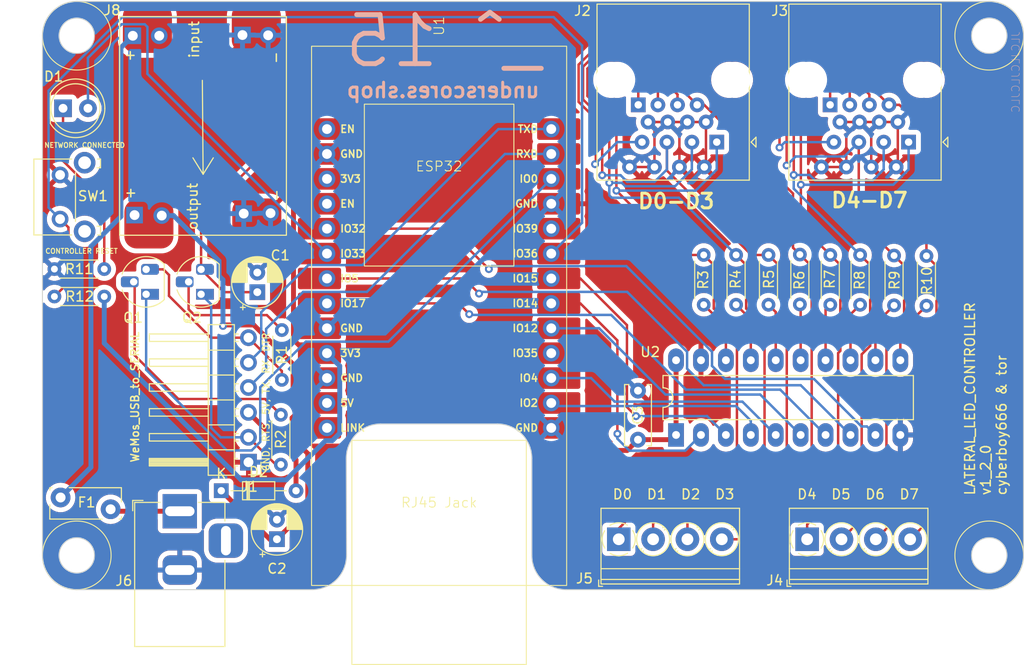
<source format=kicad_pcb>
(kicad_pcb (version 20221018) (generator pcbnew)
  (title_block (title "lateral_led_controller") (date "2024-09-03") (rev "v1_2_0"))
  (layers (0 "F.Cu" signal) (31 "B.Cu" signal) (34 "B.Paste" user) (35 "F.Paste" user) (36 "B.SilkS" user "B.Silkscreen") (37 "F.SilkS" user "F.Silkscreen") (38 "B.Mask" user) (39 "F.Mask" user) (44 "Edge.Cuts" user))
  (net 0 "")
  (net 1 "Net-(Q2-C)")
  (net 2 "GND")
  (net 3 "Net-(D1-K)")
  (net 4 "Net-(D1-A)")
  (net 5 "Net-(F1-Pad1)")
  (net 6 "Net-(J4-Pin_1)")
  (net 7 "Net-(J1-Pin_2)")
  (net 8 "+5V")
  (net 9 "Net-(J1-Pin_4)")
  (net 10 "Net-(J1-Pin_5)")
  (net 11 "Net-(J1-Pin_6)")
  (net 12 "Net-(J4-Pin_2)")
  (net 13 "Net-(J4-Pin_3)")
  (net 14 "Net-(J4-Pin_4)")
  (net 15 "Net-(J5-Pin_1)")
  (net 16 "Net-(J5-Pin_2)")
  (net 17 "Net-(J5-Pin_3)")
  (net 18 "Net-(J5-Pin_4)")
  (net 19 "Net-(Q1-E)")
  (net 20 "Net-(Q1-B)")
  (net 21 "Net-(Q2-B)")
  (net 22 "Net-(U2-B0)")
  (net 23 "Net-(U2-B1)")
  (net 24 "Net-(U2-B2)")
  (net 25 "Net-(U2-B3)")
  (net 26 "Net-(U2-B4)")
  (net 27 "Net-(U2-B6)")
  (net 28 "Net-(U2-B5)")
  (net 29 "Net-(U2-B7)")
  (net 30 "+3V3")
  (net 32 "Net-(U1-IO32{slash}ADC1_CH4{slash}TCH9)")
  (net 33 "Net-(U1-IO5{slash}BOOT_FLOAT)")
  (net 34 "Net-(U1-IO17{slash}UART2_TX)")
  (net 35 "Net-(U1-IO2{slash}ADC2_CH2{slash}TCH2{slash}PRG_FLOAT_OR_GND)")
  (net 36 "Net-(U1-IO4{slash}ADC2_CH0{slash}TCH0)")
  (net 38 "Net-(U1-IO12{slash}ADC2_CH5{slash}TCH5{slash}BOOT_FLOAT_OR_LOW)")
  (net 39 "Net-(U1-IO14{slash}ADC2_CH6{slash}TCH6)")
  (net 40 "Net-(U1-IO15{slash}ADC2_CH3{slash}TCH3)")
  (net 41 "Net-(D2-A)")
  (net 43 "Net-(J8-Pin_1)")
  (net 44 "Net-(U1-IO36{slash}ADC1_CH0{slash}INPUT_ONLY)")
  (footprint "lib_fp:RJ45_Horizontal" (layer "F.Cu") (at 155.489 78.09 180)
    (fp_text reference "J2")
    (fp_text value "RJ45")
  )
  (footprint "Connector_BarrelJack:BarrelJack_Horizontal" (layer "F.Cu") (at 100.759 115.74 90)
    (fp_text reference "J6")
    (fp_text value "Barrel_Jack_Switch")
  )
  (footprint "Resistor_THT:R_Axial_DIN0204_L3.6mm_D1.6mm_P5.08mm_Horizontal" (layer "F.Cu") (at 111.159 102.34 90)
    (fp_text reference "R1")
    (fp_text value "10k")
  )
  (footprint "lib_fp:WT32-ETH01" (layer "F.Cu") (at 127.189 95.81)
    (fp_text reference "U1")
    (fp_text value "WT32-ETH01")
  )
  (footprint "Package_TO_SOT_THT:TO-92_HandSolder" (layer "F.Cu") (at 102.929 93.61 90)
    (fp_text reference "Q2")
    (fp_text value "2N3904")
  )
  (footprint "Resistor_THT:R_Axial_DIN0204_L3.6mm_D1.6mm_P5.08mm_Horizontal" (layer "F.Cu") (at 160.759 94.68 90)
    (fp_text reference "R5")
    (fp_text value "100")
  )
  (footprint "Connector_PinHeader_2.54mm:PinHeader_1x06_P2.54mm_Horizontal" (layer "F.Cu") (at 107.759 110.74 180)
    (fp_text reference "J1")
    (fp_text value "WeMos_CH340G_USB_to_SERIAL")
  )
  (footprint "lib_fp:RJ45_Horizontal" (layer "F.Cu") (at 175.0415 78.09 180)
    (fp_text reference "J3")
    (fp_text value "RJ45")
  )
  (footprint "TerminalBlock_Phoenix:TerminalBlock_Phoenix_PT-1,5-4-3.5-H_1x04_P3.50mm_Horizontal" (layer "F.Cu") (at 164.7 118.6)
    (fp_text reference "J4")
    (fp_text value "terminal_04")
  )
  (footprint "Capacitor_THT:CP_Radial_D5.0mm_P2.00mm" (layer "F.Cu") (at 108.659 93.395112 90)
    (fp_text reference "C1")
    (fp_text value "10u")
  )
  (footprint "Fuse:Fuse_Bourns_MF-RG300" (layer "F.Cu") (at 93.709 115.54 180)
    (fp_text reference "F1")
    (fp_text value "Polyfuse")
  )
  (footprint "Resistor_THT:R_Axial_DIN0204_L3.6mm_D1.6mm_P5.08mm_Horizontal" (layer "F.Cu") (at 87.979 91.04)
    (fp_text reference "R11")
    (fp_text value "100")
  )
  (footprint "Capacitor_THT:CP_Radial_D5.0mm_P2.00mm" (layer "F.Cu") (at 110.659 118.595112 90)
    (fp_text reference "C2")
    (fp_text value "220u")
  )
  (footprint "Resistor_THT:R_Axial_DIN0204_L3.6mm_D1.6mm_P5.08mm_Horizontal" (layer "F.Cu") (at 170.099 94.68 90)
    (fp_text reference "R8")
    (fp_text value "100")
  )
  (footprint "Diode_THT:D_DO-34_SOD68_P7.62mm_Horizontal" (layer "F.Cu") (at 104.985 113.65)
    (fp_text reference "D2")
    (fp_text value "1n5819")
  )
  (footprint "Resistor_THT:R_Axial_DIN0204_L3.6mm_D1.6mm_P5.08mm_Horizontal" (layer "F.Cu") (at 87.979 93.84)
    (fp_text reference "R12")
    (fp_text value "10k")
  )
  (footprint "Resistor_THT:R_Axial_DIN0204_L3.6mm_D1.6mm_P5.08mm_Horizontal" (layer "F.Cu") (at 176.859 94.78 90)
    (fp_text reference "R10")
    (fp_text value "100")
  )
  (footprint "Button_Switch_THT:SW_Tactile_SKHH_Angled" (layer "F.Cu") (at 88.559 85.94 90)
    (fp_text reference "SW1")
    (fp_text value "SW_Push")
  )
  (footprint "Resistor_THT:R_Axial_DIN0204_L3.6mm_D1.6mm_P5.08mm_Horizontal" (layer "F.Cu") (at 157.459 94.68 90)
    (fp_text reference "R4")
    (fp_text value "100")
  )
  (footprint "Resistor_THT:R_Axial_DIN0204_L3.6mm_D1.6mm_P5.08mm_Horizontal" (layer "F.Cu") (at 173.559 94.74 90)
    (fp_text reference "R9")
    (fp_text value "100")
  )
  (footprint "Resistor_THT:R_Axial_DIN0204_L3.6mm_D1.6mm_P5.08mm_Horizontal" (layer "F.Cu") (at 111.059 110.98 90)
    (fp_text reference "R2")
    (fp_text value "10k")
  )
  (footprint "Capacitor_THT:C_Disc_D6.0mm_W2.5mm_P5.00mm" (layer "F.Cu") (at 147.459 108.44 90)
    (fp_text reference "C3")
    (fp_text value "0.1u")
  )
  (footprint "LED_THT:LED_D5.0mm" (layer "F.Cu") (at 88.859 74.64)
    (fp_text reference "D1")
    (fp_text value "LED")
  )
  (footprint "Package_TO_SOT_THT:TO-92_HandSolder" (layer "F.Cu") (at 97.329 93.61 90)
    (fp_text reference "Q1")
    (fp_text value "2N3904")
  )
  (footprint "Resistor_THT:R_Axial_DIN0204_L3.6mm_D1.6mm_P5.08mm_Horizontal" (layer "F.Cu") (at 154.159 94.68 90)
    (fp_text reference "R3")
    (fp_text value "100")
  )
  (footprint "TerminalBlock_Phoenix:TerminalBlock_Phoenix_PT-1,5-4-3.5-H_1x04_P3.50mm_Horizontal" (layer "F.Cu") (at 145.5 118.6)
    (fp_text reference "J5")
    (fp_text value "terminal_04")
  )
  (footprint "lib_fp:MP1584EN_stepdown_module" (layer "F.Cu") (at 103.059 76.44 90)
    (fp_text reference "J8")
    (fp_text value "MP1584EN_5v_stepdown")
  )
  (footprint "Resistor_THT:R_Axial_DIN0204_L3.6mm_D1.6mm_P5.08mm_Horizontal" (layer "F.Cu") (at 163.959 94.64 90)
    (fp_text reference "R6")
    (fp_text value "100")
  )
  (footprint "Package_DIP:DIP-20_W7.62mm_LongPads" (layer "F.Cu") (at 151.339 107.96 90)
    (fp_text reference "U2")
    (fp_text value "74HC245")
  )
  (footprint "Resistor_THT:R_Axial_DIN0204_L3.6mm_D1.6mm_P5.08mm_Horizontal" (layer "F.Cu") (at 167.059 94.68 90)
    (fp_text reference "R7")
    (fp_text value "100")
  )
  (gr_circle (center 183.259 120.24) (end 183.259 116.74) (stroke (width 0.1)) (fill none) (layer "F.SilkS"))
  (gr_circle (center 90.259 67.24) (end 90.259 63.74) (stroke (width 0.1)) (fill none) (layer "F.SilkS"))
  (gr_circle (center 90.259 120.24) (end 90.259 116.74) (stroke (width 0.1)) (fill none) (layer "F.SilkS"))
  (gr_circle (center 183.259 67.24) (end 183.259 63.74) (stroke (width 0.1)) (fill none) (layer "F.SilkS"))
  (gr_arc (start 86.759 67.24) (mid 87.784126 64.765126) (end 90.259 63.74) (stroke (width 0.1)) (layer "Edge.Cuts"))
  (gr_arc (start 186.759 120.24) (mid 185.733874 122.714874) (end 183.259 123.74) (stroke (width 0.1)) (layer "Edge.Cuts"))
  (gr_circle (center 90.259 120.24) (end 92.059 120.24) (stroke (width 0.1)) (fill none) (layer "Edge.Cuts"))
  (gr_line (start 114.259 123.74) (end 90.259 123.74) (stroke (width 0.1)) (layer "Edge.Cuts"))
  (gr_line (start 86.759 120.24) (end 86.759 67.24) (stroke (width 0.1)) (layer "Edge.Cuts"))
  (gr_line (start 117.733874 110.34) (end 117.759 120.24) (stroke (width 0.1)) (layer "Edge.Cuts"))
  (gr_line (start 133.133874 106.84) (end 121.233874 106.84) (stroke (width 0.1)) (layer "Edge.Cuts"))
  (gr_line (start 136.633874 120.24) (end 136.633874 110.34) (stroke (width 0.1)) (layer "Edge.Cuts"))
  (gr_arc (start 117.733874 110.34) (mid 118.758999 107.865117) (end 121.233874 106.84) (stroke (width 0.1)) (layer "Edge.Cuts"))
  (gr_line (start 186.759 67.24) (end 186.759 120.24) (stroke (width 0.1)) (layer "Edge.Cuts"))
  (gr_arc (start 90.259 123.74) (mid 87.784126 122.714874) (end 86.759 120.24) (stroke (width 0.1)) (layer "Edge.Cuts"))
  (gr_arc (start 133.133874 106.84) (mid 135.608765 107.865117) (end 136.633874 110.34) (stroke (width 0.1)) (layer "Edge.Cuts"))
  (gr_circle (center 90.259 67.24) (end 92.059 67.24) (stroke (width 0.1)) (fill none) (layer "Edge.Cuts"))
  (gr_arc (start 117.759 120.24) (mid 116.733874 122.714874) (end 114.259 123.74) (stroke (width 0.1)) (layer "Edge.Cuts"))
  (gr_circle (center 183.259 67.24) (end 181.459 67.24) (stroke (width 0.1)) (fill none) (layer "Edge.Cuts"))
  (gr_arc (start 183.259 63.74) (mid 185.733874 64.765126) (end 186.759 67.24) (stroke (width 0.1)) (layer "Edge.Cuts"))
  (gr_line (start 183.259 123.74) (end 140.133874 123.74) (stroke (width 0.1)) (layer "Edge.Cuts"))
  (gr_circle (center 183.259 120.24) (end 181.459 120.24) (stroke (width 0.1)) (fill none) (layer "Edge.Cuts"))
  (gr_arc (start 140.133874 123.74) (mid 137.659017 122.714865) (end 136.633874 120.24) (stroke (width 0.1)) (layer "Edge.Cuts"))
  (gr_line (start 90.259 63.74) (end 183.259 63.74) (stroke (width 0.1)) (layer "Edge.Cuts"))
  (gr_text "_^ 15" (at 127.6 67.8) (layer "B.SilkS") (effects (font (size 5 5) (thickness 0.5)) (justify mirror)))
  (gr_text "JLCJLCJLCJLC" (at 185.959 70.94 90) (layer "B.SilkS") (effects (font (size 0.81 0.81) (thickness 0.04)) (justify mirror)))
  (gr_text "underscores.shop" (at 127.6 72.8) (layer "B.SilkS") (effects (font (size 1.5 1.5) (thickness 0.3)) (justify mirror)))
  (gr_text "CONTROLLER RESET" (at 87 89.5) (layer "F.SilkS") (effects (font (size 0.5 0.5) (thickness 0.1) bold) (justify left bottom)))
  (gr_text "D4  D5  D6  D7" (at 163.6 114.6) (layer "F.SilkS") (effects (font (size 1 1)) (justify left bottom)))
  (gr_text "LATERAL_LED_CONTROLLER\nv1_2_0\ncyberboy666 & tor" (at 185.1 114.2 90) (layer "F.SilkS") (effects (font (size 1 1)) (justify left bottom)))
  (gr_text "D0-D3" (at 147.3 85) (layer "F.SilkS") (effects (font (size 1.5 1.5) (thickness 0.3) bold) (justify left bottom)))
  (gr_text "WeMos_USB_to_SERIAL" (at 96.659 110.84 90) (layer "F.SilkS") (effects (font (size 0.8 0.8)) (justify left bottom)))
  (gr_text "GND, RTS, 5V, TX, RX, DTR" (at 109.959 111.74 90) (layer "F.SilkS") (effects (font (size 0.7 0.7) (thickness 0.12) bold) (justify left bottom)))
  (gr_text "NETWORK CONNECTED" (at 86.9 78.7) (layer "F.SilkS") (effects (font (size 0.5 0.5) (thickness 0.1) bold) (justify left bottom)))
  (gr_text "D4-D7" (at 167 84.9) (layer "F.SilkS") (effects (font (size 1.5 1.5) (thickness 0.3) bold) (justify left bottom)))
  (gr_text "D0  D1  D2  D3  " (at 144.8 114.6) (layer "F.SilkS") (effects (font (size 1 1)) (justify left bottom)))
  (segment (start 102.929 91.07) (end 105.254112 93.395112) (width 0.25) (layer "F.Cu") (net 1))
  (segment (start 102.929 91.07) (end 102.929 85.67) (width 0.25) (layer "F.Cu") (net 1))
  (segment (start 105.254112 93.395112) (end 108.659 93.395112) (width 0.25) (layer "F.Cu") (net 1))
  (segment (start 102.929 85.67) (end 111.839 76.76) (width 0.25) (layer "F.Cu") (net 1))
  (segment (start 111.839 76.76) (end 115.759 76.76) (width 0.25) (layer "F.Cu") (net 1))
  (segment (start 173.9415 76.04) (end 172.0415 76.04) (width 0.25) (layer "F.Cu") (net 2))
  (segment (start 170.0415 76.04) (end 168.0415 76.04) (width 0.25) (layer "F.Cu") (net 2))
  (segment (start 149.139 80.63) (end 146.599 80.63) (width 0.25) (layer "F.Cu") (net 2))
  (segment (start 150.489 76.04) (end 148.489 76.04) (width 0.25) (layer "F.Cu") (net 2))
  (segment (start 172.0415 76.04) (end 171.2315 76.85) (width 0.25) (layer "F.Cu") (net 2))
  (segment (start 172.0415 76.04) (end 170.0415 76.04) (width 0.25) (layer "F.Cu") (net 2))
  (segment (start 154.389 76.04) (end 152.489 76.04) (width 0.25) (layer "F.Cu") (net 2))
  (segment (start 173.9415 76.04) (end 173.9415 80.46) (width 0.25) (layer "F.Cu") (net 2))
  (segment (start 168.6915 77.39) (end 168.6915 80.63) (width 0.25) (layer "F.Cu") (net 2))
  (segment (start 170.0415 76.04) (end 168.6915 77.39) (width 0.25) (layer "F.Cu") (net 2))
  (segment (start 152.489 76.04) (end 150.489 76.04) (width 0.25) (layer "F.Cu") (net 2))
  (segment (start 148.489 76.04) (end 149.139 76.69) (width 0.25) (layer "F.Cu") (net 2))
  (segment (start 171.2315 76.85) (end 171.2315 80.63) (width 0.25) (layer "F.Cu") (net 2))
  (segment (start 154.389 76.04) (end 154.389 80.46) (width 0.25) (layer "F.Cu") (net 2))
  (segment (start 149.139 76.69) (end 149.139 80.63) (width 0.25) (layer "F.Cu") (net 2))
  (segment (start 173.9415 80.46) (end 173.7715 80.63) (width 0.25) (layer "F.Cu") (net 2))
  (segment (start 168.6915 80.63) (end 166.1515 80.63) (width 0.25) (layer "F.Cu") (net 2))
  (segment (start 154.389 80.46) (end 154.219 80.63) (width 0.25) (layer "F.Cu") (net 2))
  (segment (start 151.679 76.85) (end 151.679 80.63) (width 0.25) (layer "F.Cu") (net 2))
  (segment (start 152.489 76.04) (end 151.679 76.85) (width 0.25) (layer "F.Cu") (net 2))
  (segment (start 88.859 80.005255) (end 93.059 84.205255) (width 0.25) (layer "F.Cu") (net 3))
  (segment (start 93.059 84.205255) (end 93.059 91.04) (width 0.25) (layer "F.Cu") (net 3))
  (segment (start 88.859 74.64) (end 88.859 80.005255) (width 0.25) (layer "F.Cu") (net 3))
  (segment (start 94.8288 66.0702) (end 91.399 69.5) (width 0.25) (layer "B.Cu") (net 4))
  (segment (start 97.1892 66.0702) (end 94.8288 66.0702) (width 0.25) (layer "B.Cu") (net 4))
  (segment (start 97.459 71.128299) (end 97.459 66.34) (width 0.25) (layer "B.Cu") (net 4))
  (segment (start 91.399 69.5) (end 91.399 74.64) (width 0.25) (layer "B.Cu") (net 4))
  (segment (start 115.759 89.46) (end 115.759 89.428299) (width 0.25) (layer "B.Cu") (net 4))
  (segment (start 115.759 89.428299) (end 97.459 71.128299) (width 0.25) (layer "B.Cu") (net 4))
  (segment (start 97.459 66.34) (end 97.1892 66.0702) (width 0.25) (layer "B.Cu") (net 4))
  (segment (start 100.759 115.74) (end 93.909 115.74) (width 0.5) (layer "F.Cu") (net 5))
  (segment (start 93.909 115.74) (end 93.709 115.54) (width 0.5) (layer "F.Cu") (net 5))
  (segment (start 163.259 69.74) (end 162.3165 70.6825) (width 0.25) (layer "F.Cu") (net 6))
  (segment (start 162.3165 73.3975) (end 163.759 74.84) (width 0.25) (layer "F.Cu") (net 6))
  (segment (start 165.674572 69.74) (end 163.259 69.74) (width 0.25) (layer "F.Cu") (net 6))
  (segment (start 164.059 86.6) (end 164.059 82.44) (width 0.25) (layer "F.Cu") (net 6))
  (segment (start 167.0415 71.106928) (end 165.674572 69.74) (width 0.25) (layer "F.Cu") (net 6))
  (segment (start 164.059 75.14) (end 164.059 82.44) (width 0.25) (layer "F.Cu") (net 6))
  (segment (start 167.059 89.6) (end 164.059 86.6) (width 0.25) (layer "F.Cu") (net 6))
  (segment (start 163.759 74.84) (end 164.059 75.14) (width 0.25) (layer "F.Cu") (net 6))
  (segment (start 167.859 113.94) (end 164.7 117.099) (width 0.25) (layer "F.Cu") (net 6))
  (segment (start 168.084 90.625) (end 168.084 99.38401) (width 0.25) (layer "F.Cu") (net 6))
  (segment (start 168.084 99.38401) (end 167.859 99.60901) (width 0.25) (layer "F.Cu") (net 6))
  (segment (start 167.059 89.6) (end 168.084 90.625) (width 0.25) (layer "F.Cu") (net 6))
  (segment (start 164.7 117.099) (end 164.7 118.6) (width 0.25) (layer "F.Cu") (net 6))
  (segment (start 162.3165 70.6825) (end 162.3165 73.3975) (width 0.25) (layer "F.Cu") (net 6))
  (segment (start 167.859 99.60901) (end 167.859 113.94) (width 0.25) (layer "F.Cu") (net 6))
  (segment (start 167.0415 74.29) (end 167.0415 71.106928) (width 0.25) (layer "F.Cu") (net 6))
  (via (at 164.059 82.44) (size 0.8) (drill 0.4) (layers "F.Cu" "B.Cu") (net 6))
  (segment (start 175.0415 80.88028) (end 175.0415 78.09) (width 0.25) (layer "B.Cu") (net 6))
  (segment (start 164.059 82.44) (end 173.48178 82.44) (width 0.25) (layer "B.Cu") (net 6))
  (segment (start 173.48178 82.44) (end 175.0415 80.88028) (width 0.25) (layer "B.Cu") (net 6))
  (segment (start 110.539 110.98) (end 111.059 110.98) (width 0.25) (layer "F.Cu") (net 7))
  (segment (start 107.759 108.2) (end 110.539 110.98) (width 0.25) (layer "F.Cu") (net 7))
  (segment (start 103.959 94.64) (end 103.959 107.24) (width 0.25) (layer "B.Cu") (net 7))
  (segment (start 102.929 93.61) (end 103.959 94.64) (width 0.25) (layer "B.Cu") (net 7))
  (segment (start 103.959 107.24) (end 104.919 108.2) (width 0.25) (layer "B.Cu") (net 7))
  (segment (start 104.919 108.2) (end 107.759 108.2) (width 0.25) (layer "B.Cu") (net 7))
  (segment (start 133.027382 104.7) (end 137.867382 109.54) (width 0.5) (layer "F.Cu") (net 8))
  (segment (start 137.867382 109.54) (end 146.359 109.54) (width 0.5) (layer "F.Cu") (net 8))
  (segment (start 146.359 109.54) (end 147.459 108.44) (width 0.5) (layer "F.Cu") (net 8))
  (segment (start 112.209 106.214382) (end 113.723382 104.7) (width 0.5) (layer "F.Cu") (net 8))
  (segment (start 110.659 118.595112) (end 113.805 115.449112) (width 0.5) (layer "F.Cu") (net 8))
  (segment (start 109.930112 118.595112) (end 104.985 113.65) (width 0.5) (layer "F.Cu") (net 8))
  (segment (start 112.309 100.751522) (end 108.297478 96.74) (width 0.5) (layer "F.Cu") (net 8))
  (segment (start 114.997 104.7) (end 113.723382 104.7) (width 0.5) (layer "F.Cu") (net 8))
  (segment (start 150.859 108.44) (end 151.339 107.96) (width 0.5) (layer "F.Cu") (net 8))
  (segment (start 115.759 104.7) (end 133.027382 104.7) (width 0.5) (layer "F.Cu") (net 8))
  (segment (start 108.297478 96.74) (end 105.259 96.74) (width 0.5) (layer "F.Cu") (net 8))
  (segment (start 147.459 108.44) (end 150.859 108.44) (width 0.5) (layer "F.Cu") (net 8))
  (segment (start 151.339 107.96) (end 151.339 100.34) (width 0.5) (layer "F.Cu") (net 8))
  (segment (start 113.723382 104.7) (end 112.309 103.285618) (width 0.5) (layer "F.Cu") (net 8))
  (segment (start 113.805 115.449112) (end 113.805 109.861618) (width 0.5) (layer "F.Cu") (net 8))
  (segment (start 115.759 104.7) (end 113.723382 104.7) (width 0.5) (layer "F.Cu") (net 8))
  (segment (start 112.209 108.265618) (end 112.209 106.214382) (width 0.5) (layer "F.Cu") (net 8))
  (segment (start 110.659 118.595112) (end 109.930112 118.595112) (width 0.5) (layer "F.Cu") (net 8))
  (segment (start 113.805 109.861618) (end 112.209 108.265618) (width 0.5) (layer "F.Cu") (net 8))
  (segment (start 105.259 96.74) (end 105.159 96.84) (width 0.5) (layer "F.Cu") (net 8))
  (segment (start 112.309 103.285618) (end 112.309 100.751522) (width 0.5) (layer "F.Cu") (net 8))
  (via (at 105.159 96.84) (size 0.8) (drill 0.4) (layers "F.Cu" "B.Cu") (net 8))
  (segment (start 105.159 92.14) (end 105.109 92.09) (width 0.5) (layer "B.Cu") (net 8))
  (segment (start 104.759 90.222119) (end 100.120881 85.584) (width 0.5) (layer "B.Cu") (net 8))
  (segment (start 105.159 96.84) (end 105.159 92.14) (width 0.5) (layer "B.Cu") (net 8))
  (segment (start 100.120881 85.584) (end 98.9188 85.584) (width 0.5) (layer "B.Cu") (net 8))
  (segment (start 104.759 91.74) (end 104.759 90.222119) (width 0.5) (layer "B.Cu") (net 8))
  (segment (start 105.109 92.09) (end 104.759 91.74) (width 0.5) (layer "B.Cu") (net 8))
  (segment (start 113.334 93.365) (end 119.834 93.365) (width 0.25) (layer "B.Cu") (net 9))
  (segment (start 109.559 101.32) (end 109.559 97.14) (width 0.25) (layer "B.Cu") (net 9))
  (segment (start 107.759 103.12) (end 109.559 101.32) (width 0.25) (layer "B.Cu") (net 9))
  (segment (start 119.834 93.365) (end 133.899 79.3) (width 0.25) (layer "B.Cu") (net 9))
  (segment (start 109.559 97.14) (end 113.334 93.365) (width 0.25) (layer "B.Cu") (net 9))
  (segment (start 133.899 79.3) (end 138.619 79.3) (width 0.25) (layer "B.Cu") (net 9))
  (segment (start 119.364 90.635) (end 133.239 76.76) (width 0.25) (layer "B.Cu") (net 10))
  (segment (start 113.864 90.635) (end 119.364 90.635) (width 0.25) (layer "B.Cu") (net 10))
  (segment (start 109.059 99.28) (end 109.059 95.44) (width 0.25) (layer "B.Cu") (net 10))
  (segment (start 133.239 76.76) (end 138.619 76.76) (width 0.25) (layer "B.Cu") (net 10))
  (segment (start 107.759 100.58) (end 109.059 99.28) (width 0.25) (layer "B.Cu") (net 10))
  (segment (start 109.059 95.44) (end 113.864 90.635) (width 0.25) (layer "B.Cu") (net 10))
  (segment (start 103.922604 98.04) (end 99.659 93.776396) (width 0.25) (layer "F.Cu") (net 11))
  (segment (start 111.159 102.34) (end 111.159 101.44) (width 0.25) (layer "F.Cu") (net 11))
  (segment (start 99.089 91.07) (end 97.329 91.07) (width 0.25) (layer "F.Cu") (net 11))
  (segment (start 99.659 91.64) (end 99.089 91.07) (width 0.25) (layer "F.Cu") (net 11))
  (segment (start 111.159 101.44) (end 107.759 98.04) (width 0.25) (layer "F.Cu") (net 11))
  (segment (start 107.759 98.04) (end 103.922604 98.04) (width 0.25) (layer "F.Cu") (net 11))
  (segment (start 99.659 93.776396) (end 99.659 91.64) (width 0.25) (layer "F.Cu") (net 11))
  (segment (start 170.259 116.541) (end 168.2 118.6) (width 0.25) (layer "F.Cu") (net 12))
  (segment (start 169.0415 74.29) (end 169.0415 72.470532) (width 0.25) (layer "F.Cu") (net 12))
  (segment (start 161.8665 70.496104) (end 161.8665 73.8475) (width 0.25) (layer "F.Cu") (net 12))
  (segment (start 170.259 99.74) (end 170.259 116.541) (width 0.25) (layer "F.Cu") (net 12))
  (segment (start 161.8665 73.8475) (end 163.159 75.14) (width 0.25) (layer "F.Cu") (net 12))
  (segment (start 171.124 90.625) (end 171.124 98.875) (width 0.25) (layer "F.Cu") (net 12))
  (segment (start 163.072604 69.29) (end 161.8665 70.496104) (width 0.25) (layer "F.Cu") (net 12))
  (segment (start 170.099 89.6) (end 171.124 90.625) (width 0.25) (layer "F.Cu") (net 12))
  (segment (start 163.159 75.14) (end 163.3345 75.3155) (width 0.25) (layer "F.Cu") (net 12))
  (segment (start 163.3345 75.3155) (end 163.3345 81.44) (width 0.25) (layer "F.Cu") (net 12))
  (segment (start 171.124 98.875) (end 170.259 99.74) (width 0.25) (layer "F.Cu") (net 12))
  (segment (start 165.860968 69.29) (end 163.072604 69.29) (width 0.25) (layer "F.Cu") (net 12))
  (segment (start 169.0415 72.470532) (end 165.860968 69.29) (width 0.25) (layer "F.Cu") (net 12))
  (via (at 163.3345 81.44) (size 0.8) (drill 0.4) (layers "F.Cu" "B.Cu") (net 12))
  (segment (start 172.5015 80.88028) (end 172.5015 78.09) (width 0.25) (layer "B.Cu") (net 12))
  (segment (start 163.334 81.4405) (end 163.3345 81.44) (width 0.25) (layer "B.Cu") (net 12))
  (segment (start 163.334 82.835) (end 163.334 81.4405) (width 0.25) (layer "B.Cu") (net 12))
  (segment (start 171.39178 81.99) (end 172.5015 80.88028) (width 0.25) (layer "B.Cu") (net 12))
  (segment (start 164.959 81.44) (end 165.509 81.99) (width 0.25) (layer "B.Cu") (net 12))
  (segment (start 165.509 81.99) (end 171.39178 81.99) (width 0.25) (layer "B.Cu") (net 12))
  (segment (start 163.3345 81.44) (end 164.959 81.44) (width 0.25) (layer "B.Cu") (net 12))
  (segment (start 170.099 89.6) (end 163.334 82.835) (width 0.25) (layer "B.Cu") (net 12))
  (segment (start 162.61 75.489) (end 162.61 80.470503) (width 0.25) (layer "F.Cu") (net 13))
  (segment (start 173.559 89.66) (end 169.9615 86.0625) (width 0.25) (layer "F.Cu") (net 13))
  (segment (start 173.559 89.66) (end 174.584 90.685) (width 0.25) (layer "F.Cu") (net 13))
  (segment (start 169.9615 86.0625) (end 169.9615 78.09) (width 0.25) (layer "F.Cu") (net 13))
  (segment (start 171.0415 74.29) (end 171.0415 73.22934) (width 0.25) (layer "F.Cu") (net 13))
  (segment (start 172.784 98.115) (end 172.784 117.516) (width 0.25) (layer "F.Cu") (net 13))
  (segment (start 171.0415 73.22934) (end 166.65216 68.84) (width 0.25) (layer "F.Cu") (net 13))
  (segment (start 162.886208 68.84) (end 161.4165 70.309708) (width 0.25) (layer "F.Cu") (net 13))
  (segment (start 161.4165 70.6825) (end 161.4165 74.1975) (width 0.25) (layer "F.Cu") (net 13))
  (segment (start 174.584 90.685) (end 174.584 96.315) (width 0.25) (layer "F.Cu") (net 13))
  (segment (start 161.4165 74.1975) (end 162.659 75.44) (width 0.25) (layer "F.Cu") (net 13))
  (segment (start 174.584 96.315) (end 172.784 98.115) (width 0.25) (layer "F.Cu") (net 13))
  (segment (start 166.65216 68.84) (end 162.886208 68.84) (width 0.25) (layer "F.Cu") (net 13))
  (segment (start 161.4165 70.309708) (end 161.4165 70.6825) (width 0.25) (layer "F.Cu") (net 13))
  (segment (start 162.659 75.44) (end 162.61 75.489) (width 0.25) (layer "F.Cu") (net 13))
  (segment (start 172.784 117.516) (end 171.7 118.6) (width 0.25) (layer "F.Cu") (net 13))
  (via (at 162.61 80.470503) (size 0.8) (drill 0.4) (layers "F.Cu" "B.Cu") (net 13))
  (segment (start 163.525503 79.555) (end 168.4965 79.555) (width 0.25) (layer "B.Cu") (net 13))
  (segment (start 168.4965 79.555) (end 169.9615 78.09) (width 0.25) (layer "B.Cu") (net 13))
  (segment (start 162.61 80.470503) (end 163.525503 79.555) (width 0.25) (layer "B.Cu") (net 13))
  (segment (start 177.884 90.725) (end 177.884 115.916) (width 0.25) (layer "F.Cu") (net 14))
  (segment (start 161.690802 75.108198) (end 161.8855 75.302896) (width 0.25) (layer "F.Cu") (net 14))
  (segment (start 162.509 68.39) (end 160.9665 69.9325) (width 0.25) (layer "F.Cu") (net 14))
  (segment (start 176.859 89.7) (end 177.884 90.725) (width 0.25) (layer "F.Cu") (net 14))
  (segment (start 160.9665 74.383896) (end 161.690802 75.108198) (width 0.25) (layer "F.Cu") (net 14))
  (segment (start 167.1415 68.39) (end 162.509 68.39) (width 0.25) (layer "F.Cu") (net 14))
  (segment (start 160.9665 69.9325) (end 160.9665 74.383896) (width 0.25) (layer "F.Cu") (net 14))
  (segment (start 176.859 77.04684) (end 174.10216 74.29) (width 0.25) (layer "F.Cu") (net 14))
  (segment (start 173.0415 74.29) (end 167.1415 68.39) (width 0.25) (layer "F.Cu") (net 14))
  (segment (start 176.859 89.7) (end 176.859 77.04684) (width 0.25) (layer "F.Cu") (net 14))
  (segment (start 161.8855 75.302896) (end 161.8855 78.64) (width 0.25) (layer "F.Cu") (net 14))
  (segment (start 177.884 115.916) (end 175.2 118.6) (width 0.25) (layer "F.Cu") (net 14))
  (segment (start 174.10216 74.29) (end 173.0415 74.29) (width 0.25) (layer "F.Cu") (net 14))
  (via (at 161.8855 78.64) (size 0.8) (drill 0.4) (layers "F.Cu" "B.Cu") (net 14))
  (segment (start 162.4355 78.09) (end 167.4215 78.09) (width 0.25) (layer "B.Cu") (net 14))
  (segment (start 161.8855 78.64) (end 162.4355 78.09) (width 0.25) (layer "B.Cu") (net 14))
  (segment (start 154.159 89.6) (end 155.184 90.625) (width 0.25) (layer "F.Cu") (net 15))
  (segment (start 146.147072 69.765) (end 143.920928 69.765) (width 0.25) (layer "F.Cu") (net 15))
  (segment (start 142.759 70.926928) (end 142.759 73.14) (width 0.25) (layer "F.Cu") (net 15))
  (segment (start 142.759 73.14) (end 145.259 75.64) (width 0.25) (layer "F.Cu") (net 15))
  (segment (start 153.999 113.8) (end 149.2 113.8) (width 0.25) (layer "F.Cu") (net 15))
  (segment (start 143.920928 69.765) (end 142.759 70.926928) (width 0.25) (layer "F.Cu") (net 15))
  (segment (start 157.544 110.255) (end 153.999 113.8) (width 0.25) (layer "F.Cu") (net 15))
  (segment (start 155.184 90.625) (end 155.184 95.068604) (width 0.25) (layer "F.Cu") (net 15))
  (segment (start 145.5 117.5) (end 145.5 118.6) (width 0.25) (layer "F.Cu") (net 15))
  (segment (start 157.544 97.428604) (end 157.544 110.255) (width 0.25) (layer "F.Cu") (net 15))
  (segment (start 155.184 95.068604) (end 157.544 97.428604) (width 0.25) (layer "F.Cu") (net 15))
  (segment (start 147.489 74.29) (end 147.489 71.106928) (width 0.25) (layer "F.Cu") (net 15))
  (segment (start 151.819 89.6) (end 145.259 83.04) (width 0.25) (layer "F.Cu") (net 15))
  (segment (start 149.2 113.8) (end 145.5 117.5) (width 0.25) (layer "F.Cu") (net 15))
  (segment (start 147.489 71.106928) (end 146.147072 69.765) (width 0.25) (layer "F.Cu") (net 15))
  (segment (start 154.159 89.6) (end 151.819 89.6) (width 0.25) (layer "F.Cu") (net 15))
  (segment (start 145.259 75.64) (end 145.259 83.04) (width 0.25) (layer "F.Cu") (net 15))
  (via (at 145.259 83.04) (size 0.8) (drill 0.4) (layers "F.Cu" "B.Cu") (net 15))
  (segment (start 153.32928 83.04) (end 155.489 80.88028) (width 0.25) (layer "B.Cu") (net 15))
  (segment (start 155.489 80.88028) (end 155.489 78.09) (width 0.25) (layer "B.Cu") (net 15))
  (segment (start 145.259 83.04) (end 153.32928 83.04) (width 0.25) (layer "B.Cu") (net 15))
  (segment (start 143.584 69.315) (end 142.309 70.59) (width 0.25) (layer "F.Cu") (net 16))
  (segment (start 144.5345 75.551896) (end 144.5345 82.24) (width 0.25) (layer "F.Cu") (net 16))
  (segment (start 157.459 89.6) (end 158.484 90.625) (width 0.25) (layer "F.Cu") (net 16))
  (segment (start 149.6 116.4) (end 149 117) (width 0.25) (layer "F.Cu") (net 16))
  (segment (start 144.259 75.34) (end 144.322604 75.34) (width 0.25) (layer "F.Cu") (net 16))
  (segment (start 158.484 95.065) (end 160.359 96.94) (width 0.25) (layer "F.Cu") (net 16))
  (segment (start 144.322604 75.34) (end 144.5345 75.551896) (width 0.25) (layer "F.Cu") (net 16))
  (segment (start 158.484 90.625) (end 158.484 95.065) (width 0.25) (layer "F.Cu") (net 16))
  (segment (start 149.489 72.470532) (end 146.333468 69.315) (width 0.25) (layer "F.Cu") (net 16))
  (segment (start 142.309 70.59) (end 142.309 73.39) (width 0.25) (layer "F.Cu") (net 16))
  (segment (start 160.359 96.94) (end 160.359 110.94) (width 0.25) (layer "F.Cu") (net 16))
  (segment (start 149 117) (end 149 118.6) (width 0.25) (layer "F.Cu") (net 16))
  (segment (start 142.309 73.39) (end 144.259 75.34) (width 0.25) (layer "F.Cu") (net 16))
  (segment (start 160.359 110.94) (end 156.299 115) (width 0.25) (layer "F.Cu") (net 16))
  (segment (start 149.8 116.4) (end 149.6 116.4) (width 0.25) (layer "F.Cu") (net 16))
  (segment (start 156.299 115) (end 151.2 115) (width 0.25) (layer "F.Cu") (net 16))
  (segment (start 149.489 74.29) (end 149.489 72.470532) (width 0.25) (layer "F.Cu") (net 16))
  (segment (start 146.333468 69.315) (end 143.584 69.315) (width 0.25) (layer "F.Cu") (net 16))
  (segment (start 151.2 115) (end 149.8 116.4) (width 0.25) (layer "F.Cu") (net 16))
  (via (at 144.5345 82.24) (size 0.8) (drill 0.4) (layers "F.Cu" "B.Cu") (net 16))
  (segment (start 152.949 80.88028) (end 152.949 78.09) (width 0.25) (layer "B.Cu") (net 16))
  (segment (start 145.809 82.24) (end 146.159 82.59) (width 0.25) (layer "B.Cu") (net 16))
  (segment (start 151.624 83.765) (end 144.784 83.765) (width 0.25) (layer "B.Cu") (net 16))
  (segment (start 151.23928 82.59) (end 152.949 80.88028) (width 0.25) (layer "B.Cu") (net 16))
  (segment (start 144.5345 83.5155) (end 144.5345 82.24) (width 0.25) (layer "B.Cu") (net 16))
  (segment (start 157.459 89.6) (end 151.624 83.765) (width 0.25) (layer "B.Cu") (net 16))
  (segment (start 144.5345 82.24) (end 145.809 82.24) (width 0.25) (layer "B.Cu") (net 16))
  (segment (start 146.159 82.59) (end 151.23928 82.59) (width 0.25) (layer "B.Cu") (net 16))
  (segment (start 144.784 83.765) (end 144.5345 83.5155) (width 0.25) (layer "B.Cu") (net 16))
  (segment (start 151.489 73.22934) (end 147.09966 68.84) (width 0.25) (layer "F.Cu") (net 17))
  (segment (start 160.759 89.6) (end 162.624 91.465) (width 0.25) (layer "F.Cu") (net 17))
  (segment (start 143.81 75.691) (end 143.81 81.467928) (width 0.25) (layer "F.Cu") (net 17))
  (segment (start 159.019 89.6) (end 150.409 80.99) (width 0.25) (layer "F.Cu") (net 17))
  (segment (start 158.999 115.8) (end 153.4 115.8) (width 0.25) (layer "F.Cu") (net 17))
  (segment (start 162.624 91.465) (end 162.624 112.175) (width 0.25) (layer "F.Cu") (net 17))
  (segment (start 152.5 116.7) (end 152.5 118.6) (width 0.25) (layer "F.Cu") (net 17))
  (segment (start 151.489 74.29) (end 151.489 73.22934) (width 0.25) (layer "F.Cu") (net 17))
  (segment (start 143.422604 68.84) (end 141.859 70.403604) (width 0.25) (layer "F.Cu") (net 17))
  (segment (start 162.624 112.175) (end 158.999 115.8) (width 0.25) (layer "F.Cu") (net 17))
  (segment (start 147.09966 68.84) (end 143.422604 68.84) (width 0.25) (layer "F.Cu") (net 17))
  (segment (start 160.759 89.6) (end 159.019 89.6) (width 0.25) (layer "F.Cu") (net 17))
  (segment (start 153.4 115.8) (end 152.5 116.7) (width 0.25) (layer "F.Cu") (net 17))
  (segment (start 141.859 70.403604) (end 141.859 73.74) (width 0.25) (layer "F.Cu") (net 17))
  (segment (start 141.859 73.74) (end 143.659 75.54) (width 0.25) (layer "F.Cu") (net 17))
  (segment (start 150.409 80.99) (end 150.409 78.09) (width 0.25) (layer "F.Cu") (net 17))
  (segment (start 143.659 75.54) (end 143.81 75.691) (width 0.25) (layer "F.Cu") (net 17))
  (via (at 143.81 81.467928) (size 0.8) (drill 0.4) (layers "F.Cu" "B.Cu") (net 17))
  (segment (start 145.686928 81.467928) (end 146.359 82.14) (width 0.25) (layer "B.Cu") (net 17))
  (segment (start 143.81 81.467928) (end 145.686928 81.467928) (width 0.25) (layer "B.Cu") (net 17))
  (segment (start 149.14928 82.14) (end 150.409 80.88028) (width 0.25) (layer "B.Cu") (net 17))
  (segment (start 146.359 82.14) (end 149.14928 82.14) (width 0.25) (layer "B.Cu") (net 17))
  (segment (start 150.409 80.88028) (end 150.409 78.09) (width 0.25) (layer "B.Cu") (net 17))
  (segment (start 163.259 88.86) (end 163.259 83.34) (width 0.25) (layer "F.Cu") (net 18))
  (segment (start 141.409 70.19) (end 141.409 73.99) (width 0.25) (layer "F.Cu") (net 18))
  (segment (start 165.159 109.54) (end 165.159 112.24) (width 0.25) (layer "F.Cu") (net 18))
  (segment (start 159.699 118.6) (end 156 118.6) (width 0.25) (layer "F.Cu") (net 18))
  (segment (start 153.489 74.29) (end 147.589 68.39) (width 0.25) (layer "F.Cu") (net 18))
  (segment (start 141.409 73.99) (end 143.159 75.74) (width 0.25) (layer "F.Cu") (net 18))
  (segment (start 163.959 89.56) (end 165.164 90.765) (width 0.25) (layer "F.Cu") (net 18))
  (segment (start 147.589 68.39) (end 143.209 68.39) (width 0.25) (layer "F.Cu") (net 18))
  (segment (start 164.959 112.44) (end 164.959 113.34) (width 0.25) (layer "F.Cu") (net 18))
  (segment (start 154.209 74.29) (end 153.489 74.29) (width 0.25) (layer "F.Cu") (net 18))
  (segment (start 143.159 80.2665) (end 143.0855 80.34) (width 0.25) (layer "F.Cu") (net 18))
  (segment (start 165.164 90.765) (end 165.164 109.535) (width 0.25) (layer "F.Cu") (net 18))
  (segment (start 165.159 112.24) (end 164.959 112.44) (width 0.25) (layer "F.Cu") (net 18))
  (segment (start 143.159 75.74) (end 143.159 80.2665) (width 0.25) (layer "F.Cu") (net 18))
  (segment (start 143.209 68.39) (end 141.409 70.19) (width 0.25) (layer "F.Cu") (net 18))
  (segment (start 163.959 89.56) (end 163.259 88.86) (width 0.25) (layer "F.Cu") (net 18))
  (segment (start 164.959 113.34) (end 159.699 118.6) (width 0.25) (layer "F.Cu") (net 18))
  (segment (start 163.259 83.34) (end 154.209 74.29) (width 0.25) (layer "F.Cu") (net 18))
  (segment (start 165.164 109.535) (end 165.159 109.54) (width 0.25) (layer "F.Cu") (net 18))
  (via (at 143.0855 80.34) (size 0.8) (drill 0.4) (layers "F.Cu" "B.Cu") (net 18))
  (segment (start 145.3355 78.09) (end 147.869 78.09) (width 0.25) (layer "B.Cu") (net 18))
  (segment (start 143.0855 80.34) (end 145.3355 78.09) (width 0.25) (layer "B.Cu") (net 18))
  (segment (start 105.559 109.54) (end 97.329 101.31) (width 0.25) (layer "B.Cu") (net 19))
  (segment (start 108.080701 109.54) (end 105.559 109.54) (width 0.25) (layer "B.Cu") (net 19))
  (segment (start 108.959 108.661701) (end 108.080701 109.54) (width 0.25) (layer "B.Cu") (net 19))
  (segment (start 138.619 81.84) (end 122.014 98.445) (width 0.25) (layer "B.Cu") (net 19))
  (segment (start 97.329 101.31) (end 97.329 93.61) (width 0.25) (layer "B.Cu") (net 19))
  (segment (start 108.959 103.090431) (end 108.959 108.661701) (width 0.25) (layer "B.Cu") (net 19))
  (segment (start 113.604431 98.445) (end 108.959 103.090431) (width 0.25) (layer "B.Cu") (net 19))
  (segment (start 122.014 98.445) (end 113.604431 98.445) (width 0.25) (layer "B.Cu") (net 19))
  (segment (start 109.454 104.295) (end 100.614 104.295) (width 0.25) (layer "F.Cu") (net 20))
  (segment (start 96.159 99.84) (end 96.159 92.44) (width 0.25) (layer "F.Cu") (net 20))
  (segment (start 96.159 92.44) (end 96.059 92.34) (width 0.25) (layer "F.Cu") (net 20))
  (segment (start 111.059 105.9) (end 109.454 104.295) (width 0.25) (layer "F.Cu") (net 20))
  (segment (start 100.614 104.295) (end 96.159 99.84) (width 0.25) (layer "F.Cu") (net 20))
  (segment (start 101.659 95.14) (end 101.659 92.34) (width 0.25) (layer "F.Cu") (net 21))
  (segment (start 111.159 97.26) (end 109.639 95.74) (width 0.25) (layer "F.Cu") (net 21))
  (segment (start 109.639 95.74) (end 102.259 95.74) (width 0.25) (layer "F.Cu") (net 21))
  (segment (start 102.259 95.74) (end 101.659 95.14) (width 0.25) (layer "F.Cu") (net 21))
  (segment (start 156.419 100.34) (end 156.419 96.94) (width 0.25) (layer "F.Cu") (net 22))
  (segment (start 156.419 96.94) (end 154.159 94.68) (width 0.25) (layer "F.Cu") (net 22))
  (segment (start 158.959 96.18) (end 157.459 94.68) (width 0.25) (layer "F.Cu") (net 23))
  (segment (start 158.959 100.34) (end 158.959 96.18) (width 0.25) (layer "F.Cu") (net 23))
  (segment (start 161.499 100.34) (end 161.499 95.42) (width 0.25) (layer "F.Cu") (net 24))
  (segment (start 161.499 95.42) (end 160.759 94.68) (width 0.25) (layer "F.Cu") (net 24))
  (segment (start 164.039 100.34) (end 164.039 94.72) (width 0.25) (layer "F.Cu") (net 25))
  (segment (start 164.039 94.72) (end 163.959 94.64) (width 0.25) (layer "F.Cu") (net 25))
  (segment (start 166.579 95.16) (end 167.059 94.68) (width 0.25) (layer "F.Cu") (net 26))
  (segment (start 166.579 100.34) (end 166.579 95.16) (width 0.25) (layer "F.Cu") (net 26))
  (segment (start 171.659 96.64) (end 173.559 94.74) (width 0.25) (layer "F.Cu") (net 27))
  (segment (start 171.659 100.34) (end 171.659 96.64) (width 0.25) (layer "F.Cu") (net 27))
  (segment (start 169.119 100.34) (end 169.119 95.66) (width 0.25) (layer "F.Cu") (net 28))
  (segment (start 169.119 95.66) (end 170.099 94.68) (width 0.25) (layer "F.Cu") (net 28))
  (segment (start 174.199 100.34) (end 174.199 97.44) (width 0.25) (layer "F.Cu") (net 29))
  (segment (start 174.199 97.44) (end 176.859 94.78) (width 0.25) (layer "F.Cu") (net 29))
  (segment (start 113.723382 99.62) (end 112.347 98.243618) (width 0.5) (layer "F.Cu") (net 30))
  (segment (start 112.347 98.243618) (end 112.347 83.128) (width 0.5) (layer "F.Cu") (net 30))
  (segment (start 115.759 99.62) (end 113.723382 99.62) (width 0.5) (layer "F.Cu") (net 30))
  (segment (start 113.635 81.84) (end 115.759 81.84) (width 0.5) (layer "F.Cu") (net 30))
  (segment (start 112.347 83.128) (end 113.635 81.84) (width 0.5) (layer "F.Cu") (net 30))
  (segment (start 116.297478 108.54) (end 117.059 107.778478) (width 0.5) (layer "B.Cu") (net 30))
  (segment (start 107.001032 112.54) (end 111.61 112.54) (width 0.5) (layer "B.Cu") (net 30))
  (segment (start 111.61 112.54) (end 115.61 108.54) (width 0.5) (layer "B.Cu") (net 30))
  (segment (start 93.059 98.597968) (end 93.059 93.84) (width 0.5) (layer "B.Cu") (net 30))
  (segment (start 107.001032 112.54) (end 93.059 98.597968) (width 0.5) (layer "B.Cu") (net 30))
  (segment (start 117.059 100.92) (end 117.059 107.778478) (width 0.5) (layer "B.Cu") (net 30))
  (segment (start 115.759 99.62) (end 117.059 100.92) (width 0.5) (layer "B.Cu") (net 30))
  (segment (start 115.61 108.54) (end 116.297478 108.54) (width 0.5) (layer "B.Cu") (net 30))
  (segment (start 132.259 91.04) (end 128.139 86.92) (width 0.25) (layer "F.Cu") (net 32))
  (segment (start 128.139 86.92) (end 115.759 86.92) (width 0.25) (layer "F.Cu") (net 32))
  (via (at 132.259 91.04) (size 0.8) (drill 0.4) (layers "F.Cu" "B.Cu") (net 32))
  (segment (start 132.559 90.74) (end 146.26999 90.74) (width 0.25) (layer "B.Cu") (net 32))
  (segment (start 156.32801 102.24) (end 165.38999 102.24) (width 0.25) (layer "B.Cu") (net 32))
  (segment (start 146.26999 90.74) (end 155.004 99.47401) (width 0.25) (layer "B.Cu") (net 32))
  (segment (start 170.79301 107.09401) (end 171.659 107.96) (width 0.25) (layer "B.Cu") (net 32))
  (segment (start 165.38999 102.24) (end 170.244 107.09401) (width 0.25) (layer "B.Cu") (net 32))
  (segment (start 132.259 91.04) (end 132.559 90.74) (width 0.25) (layer "B.Cu") (net 32))
  (segment (start 155.004 99.47401) (end 155.004 100.91599) (width 0.25) (layer "B.Cu") (net 32))
  (segment (start 170.244 107.09401) (end 170.79301 107.09401) (width 0.25) (layer "B.Cu") (net 32))
  (segment (start 155.004 100.91599) (end 156.32801 102.24) (width 0.25) (layer "B.Cu") (net 32))
  (segment (start 131.259 93.54) (end 129.719 92) (width 0.25) (layer "F.Cu") (net 33))
  (segment (start 129.719 92) (end 115.759 92) (width 0.25) (layer "F.Cu") (net 33))
  (via (at 131.259 93.54) (size 0.8) (drill 0.4) (layers "F.Cu" "B.Cu") (net 33))
  (segment (start 131.434 93.365) (end 131.259 93.54) (width 0.25) (layer "B.Cu") (net 33))
  (segment (start 154.159 102.89) (end 152.464 101.195) (width 0.25) (layer "B.Cu") (net 33))
  (segment (start 152.464 99.47401) (end 146.35499 93.365) (width 0.25) (layer "B.Cu") (net 33))
  (segment (start 146.35499 93.365) (end 131.434 93.365) (width 0.25) (layer "B.Cu") (net 33))
  (segment (start 164.049 102.89) (end 154.159 102.89) (width 0.25) (layer "B.Cu") (net 33))
  (segment (start 169.119 107.96) (end 164.049 102.89) (width 0.25) (layer "B.Cu") (net 33))
  (segment (start 152.464 101.195) (end 152.464 99.47401) (width 0.25) (layer "B.Cu") (net 33))
  (segment (start 129.159 94.54) (end 114.997 94.54) (width 0.25) (layer "F.Cu") (net 34))
  (segment (start 130.259 95.64) (end 129.159 94.54) (width 0.25) (layer "F.Cu") (net 34))
  (via (at 130.259 95.64) (size 0.8) (drill 0.4) (layers "F.Cu" "B.Cu") (net 34))
  (segment (start 144.72301 95.715) (end 130.334 95.715) (width 0.25) (layer "B.Cu") (net 34))
  (segment (start 153.059 103.34) (end 152.34801 103.34) (width 0.25) (layer "B.Cu") (net 34))
  (segment (start 130.334 95.715) (end 130.259 95.64) (width 0.25) (layer "B.Cu") (net 34))
  (segment (start 152.34801 103.34) (end 144.72301 95.715) (width 0.25) (layer "B.Cu") (net 34))
  (segment (start 161.959 103.34) (end 153.059 103.34) (width 0.25) (layer "B.Cu") (net 34))
  (segment (start 166.579 107.96) (end 161.959 103.34) (width 0.25) (layer "B.Cu") (net 34))
  (segment (start 158.959 107.96) (end 158.959 106.51) (width 0.25) (layer "B.Cu") (net 35))
  (segment (start 158.959 106.51) (end 157.464 105.015) (width 0.25) (layer "B.Cu") (net 35))
  (segment (start 138.934 105.015) (end 138.619 104.7) (width 0.25) (layer "B.Cu") (net 35))
  (segment (start 157.464 105.015) (end 138.934 105.015) (width 0.25) (layer "B.Cu") (net 35))
  (segment (start 161.499 107.96) (end 158.104 104.565) (width 0.25) (layer "B.Cu") (net 36))
  (segment (start 158.104 104.565) (end 145.084 104.565) (width 0.25) (layer "B.Cu") (net 36))
  (segment (start 145.084 104.565) (end 142.679 102.16) (width 0.25) (layer "B.Cu") (net 36))
  (segment (start 142.679 102.16) (end 138.619 102.16) (width 0.25) (layer "B.Cu") (net 36))
  (segment (start 159.919 103.84) (end 150.259 103.84) (width 0.25) (layer "B.Cu") (net 38))
  (segment (start 143.499 97.08) (end 138.619 97.08) (width 0.25) (layer "B.Cu") (net 38))
  (segment (start 150.259 103.84) (end 143.499 97.08) (width 0.25) (layer "B.Cu") (net 38))
  (segment (start 164.039 107.96) (end 159.919 103.84) (width 0.25) (layer "B.Cu") (net 38))
  (segment (start 141.580999 94.54) (end 139.381 94.54) (width 0.25) (layer "F.Cu") (net 39))
  (segment (start 145.359 98.318001) (end 141.580999 94.54) (width 0.25) (layer "F.Cu") (net 39))
  (segment (start 145.359 107.84) (end 145.359 98.318001) (width 0.25) (layer "F.Cu") (net 39))
  (via (at 145.359 107.84) (size 0.8) (drill 0.4) (layers "F.Cu" "B.Cu") (net 39))
  (segment (start 153.879 107.96) (end 152.274 109.565) (width 0.25) (layer "B.Cu") (net 39))
  (segment (start 152.274 109.565) (end 146.584 109.565) (width 0.25) (layer "B.Cu") (net 39))
  (segment (start 145.359 108.34) (end 145.359 107.84) (width 0.25) (layer "B.Cu") (net 39))
  (segment (start 146.584 109.565) (end 145.359 108.34) (width 0.25) (layer "B.Cu") (net 39))
  (segment (start 141.580999 92) (end 138.619 92) (width 0.25) (layer "F.Cu") (net 40))
  (segment (start 146.334 96.753001) (end 141.580999 92) (width 0.25) (layer "F.Cu") (net 40))
  (segment (start 147.259 106.04) (end 146.334 105.115) (width 0.25) (layer "F.Cu") (net 40))
  (segment (start 146.334 105.115) (end 146.334 96.753001) (width 0.25) (layer "F.Cu") (net 40))
  (via (at 147.259 106.04) (size 0.8) (drill 0.4) (layers "F.Cu" "B.Cu") (net 40))
  (segment (start 156.419 107.96) (end 154.499 106.04) (width 0.25) (layer "B.Cu") (net 40))
  (segment (start 154.499 106.04) (end 147.259 106.04) (width 0.25) (layer "B.Cu") (net 40))
  (segment (start 107.759 105.66) (end 112.605 110.506) (width 0.5) (layer "F.Cu") (net 41))
  (segment (start 112.605 110.506) (end 112.605 113.65) (width 0.5) (layer "F.Cu") (net 41))
  (segment (start 94.759 85.682032) (end 94.759 68.4586) (width 0.5) (layer "B.Cu") (net 43))
  (segment (start 91.701032 88.74) (end 94.759 85.682032) (width 0.5) (layer "B.Cu") (net 43))
  (segment (start 88.609 114.34) (end 91.701032 111.247968) (width 0.5) (layer "B.Cu") (net 43))
  (segment (start 91.701032 111.247968) (end 91.701032 88.74) (width 0.5) (layer "B.Cu") (net 43))
  (segment (start 94.759 68.4586) (end 95.9724 67.2452) (width 0.5) (layer "B.Cu") (net 43))
  (segment (start 89.409 86.79) (end 89.409 92.41) (width 0.25) (layer "F.Cu") (net 44))
  (segment (start 88.559 85.94) (end 89.409 86.79) (width 0.25) (layer "F.Cu") (net 44))
  (segment (start 89.409 92.41) (end 87.979 93.84) (width 0.25) (layer "F.Cu") (net 44))
  (segment (start 141.759 68.24) (end 141.759 86.32) (width 0.25) (layer "B.Cu") (net 44))
  (segment (start 141.759 86.32) (end 138.619 89.46) (width 0.25) (layer "B.Cu") (net 44))
  (segment (start 87.384 84.765) (end 87.384 72.846605) (width 0.25) (layer "B.Cu") (net 44))
  (segment (start 138.859 65.34) (end 141.759 68.24) (width 0.25) (layer "B.Cu") (net 44))
  (segment (start 88.559 85.94) (end 87.384 84.765) (width 0.25) (layer "B.Cu") (net 44))
  (segment (start 94.890605 65.34) (end 138.859 65.34) (width 0.25) (layer "B.Cu") (net 44))
  (segment (start 87.384 72.846605) (end 94.890605 65.34) (width 0.25) (layer "B.Cu") (net 44))
  (zone (net 2) (net_name "GND") (layers "F&B.Cu") (connect_pads (clearance 0.5)) (min_thickness 0.25) (fill yes (thermal_gap 0.5) (thermal_bridge_width 0.5))
    (polygon (pts (xy 86.759 123.74) (xy 86.759 63.74) (xy 186.759 63.74) (xy 186.759 123.74)))
  )
)
</source>
